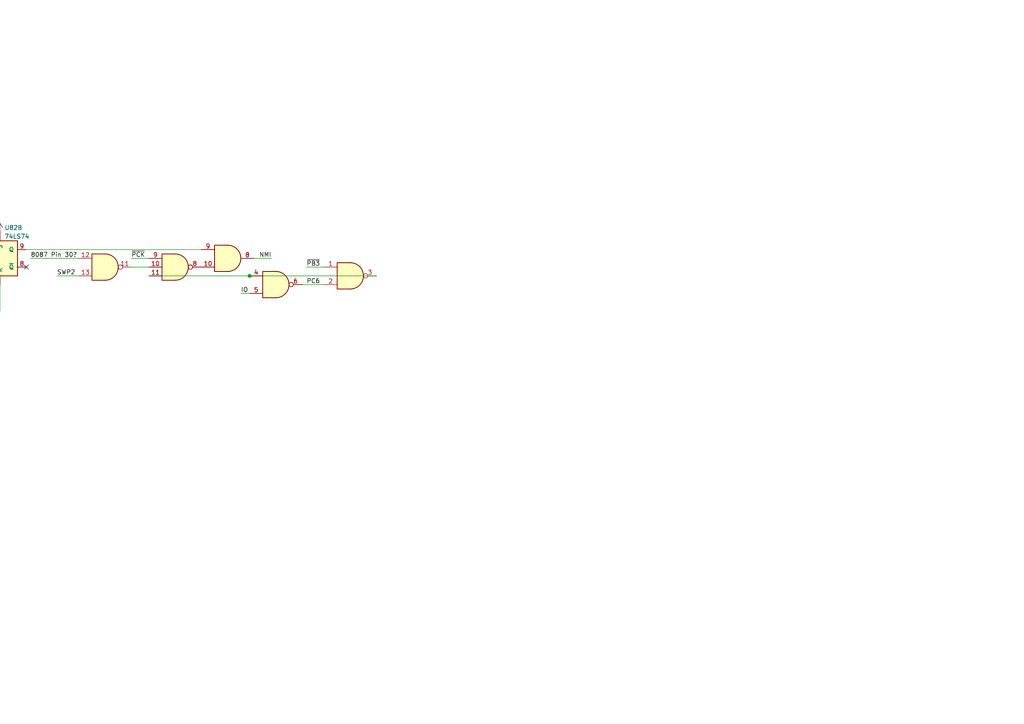
<source format=kicad_sch>
(kicad_sch (version 20211123) (generator eeschema)
  (paper "A4")
  (lib_symbols
    (symbol "74xx:74LS00" (pin_names (offset 1.016))
      (property "Reference" "U" (at 0 1.27 0))
      (property "Value" "74LS00" (at 0 -1.27 0))
      (symbol "74LS00_1_1"
        (arc (start 0 -3.81) (mid 3.81 0) (end 0 3.81) (stroke (width 0.254)) (fill (type background)))
        (polyline (pts (xy 0 3.81) (xy -3.81 3.81) (xy -3.81 -3.81) (xy 0 -3.81)) (stroke (width 0.254)) (fill (type background)))
        (pin input line (at -7.62 2.54 0) (length 3.81) (name "~") (number "1"))
        (pin input line (at -7.62 -2.54 0) (length 3.81) (name "~") (number "2"))
        (pin output inverted (at 7.62 0 180) (length 3.81) (name "~") (number "3"))
      )
      (symbol "74LS00_1_2"
        (arc (start -3.81 -3.81) (mid -2.589 0) (end -3.81 3.81) (stroke (width 0.254)))
        (arc (start -0.6096 -3.81) (mid 2.1842 -2.5851) (end 3.81 0) (stroke (width 0.254)) (fill (type background)))
        (polyline (pts (xy -3.81 -3.81) (xy -0.635 -3.81)) (stroke (width 0.254)) (fill (type background)))
        (polyline (pts (xy -3.81 3.81) (xy -0.635 3.81)) (stroke (width 0.254)) (fill (type background)))
        (polyline (pts (xy -0.635 3.81) (xy -3.81 3.81) (xy -3.81 3.81) (xy -3.556 3.4036) (xy -3.0226 2.2606) (xy -2.6924 1.0414) (xy -2.6162 -0.254) (xy -2.7686 -1.4986) (xy -3.175 -2.7178) (xy -3.81 -3.81) (xy -3.81 -3.81) (xy -0.635 -3.81)) (stroke (width -25.4)) (fill (type background)))
        (arc (start 3.81 0) (mid 2.1915 2.5936) (end -0.6096 3.81) (stroke (width 0.254)) (fill (type background)))
        (pin input inverted (at -7.62 2.54 0) (length 4.318) (name "~") (number "1"))
        (pin input inverted (at -7.62 -2.54 0) (length 4.318) (name "~") (number "2"))
        (pin output line (at 7.62 0 180) (length 3.81) (name "~") (number "3"))
      )
      (symbol "74LS00_2_1"
        (arc (start 0 -3.81) (mid 3.81 0) (end 0 3.81) (stroke (width 0.254)) (fill (type background)))
        (polyline (pts (xy 0 3.81) (xy -3.81 3.81) (xy -3.81 -3.81) (xy 0 -3.81)) (stroke (width 0.254)) (fill (type background)))
        (pin input line (at -7.62 2.54 0) (length 3.81) (name "~") (number "4"))
        (pin input line (at -7.62 -2.54 0) (length 3.81) (name "~") (number "5"))
        (pin output inverted (at 7.62 0 180) (length 3.81) (name "~") (number "6"))
      )
      (symbol "74LS00_2_2"
        (arc (start -3.81 -3.81) (mid -2.589 0) (end -3.81 3.81) (stroke (width 0.254)))
        (arc (start -0.6096 -3.81) (mid 2.1842 -2.5851) (end 3.81 0) (stroke (width 0.254)) (fill (type background)))
        (polyline (pts (xy -3.81 -3.81) (xy -0.635 -3.81)) (stroke (width 0.254)) (fill (type background)))
        (polyline (pts (xy -3.81 3.81) (xy -0.635 3.81)) (stroke (width 0.254)) (fill (type background)))
        (polyline (pts (xy -0.635 3.81) (xy -3.81 3.81) (xy -3.81 3.81) (xy -3.556 3.4036) (xy -3.0226 2.2606) (xy -2.6924 1.0414) (xy -2.6162 -0.254) (xy -2.7686 -1.4986) (xy -3.175 -2.7178) (xy -3.81 -3.81) (xy -3.81 -3.81) (xy -0.635 -3.81)) (stroke (width -25.4)) (fill (type background)))
        (arc (start 3.81 0) (mid 2.1915 2.5936) (end -0.6096 3.81) (stroke (width 0.254)) (fill (type background)))
        (pin input inverted (at -7.62 2.54 0) (length 4.318) (name "~") (number "4"))
        (pin input inverted (at -7.62 -2.54 0) (length 4.318) (name "~") (number "5"))
        (pin output line (at 7.62 0 180) (length 3.81) (name "~") (number "6"))
      )
      (symbol "74LS00_3_1"
        (arc (start 0 -3.81) (mid 3.81 0) (end 0 3.81) (stroke (width 0.254)) (fill (type background)))
        (polyline (pts (xy 0 3.81) (xy -3.81 3.81) (xy -3.81 -3.81) (xy 0 -3.81)) (stroke (width 0.254)) (fill (type background)))
        (pin input line (at -7.62 -2.54 0) (length 3.81) (name "~") (number "10"))
        (pin output inverted (at 7.62 0 180) (length 3.81) (name "~") (number "8"))
        (pin input line (at -7.62 2.54 0) (length 3.81) (name "~") (number "9"))
      )
      (symbol "74LS00_3_2"
        (arc (start -3.81 -3.81) (mid -2.589 0) (end -3.81 3.81) (stroke (width 0.254)))
        (arc (start -0.6096 -3.81) (mid 2.1842 -2.5851) (end 3.81 0) (stroke (width 0.254)) (fill (type background)))
        (polyline (pts (xy -3.81 -3.81) (xy -0.635 -3.81)) (stroke (width 0.254)) (fill (type background)))
        (polyline (pts (xy -3.81 3.81) (xy -0.635 3.81)) (stroke (width 0.254)) (fill (type background)))
        (polyline (pts (xy -0.635 3.81) (xy -3.81 3.81) (xy -3.81 3.81) (xy -3.556 3.4036) (xy -3.0226 2.2606) (xy -2.6924 1.0414) (xy -2.6162 -0.254) (xy -2.7686 -1.4986) (xy -3.175 -2.7178) (xy -3.81 -3.81) (xy -3.81 -3.81) (xy -0.635 -3.81)) (stroke (width -25.4)) (fill (type background)))
        (arc (start 3.81 0) (mid 2.1915 2.5936) (end -0.6096 3.81) (stroke (width 0.254)) (fill (type background)))
        (pin input inverted (at -7.62 -2.54 0) (length 4.318) (name "~") (number "10"))
        (pin output line (at 7.62 0 180) (length 3.81) (name "~") (number "8"))
        (pin input inverted (at -7.62 2.54 0) (length 4.318) (name "~") (number "9"))
      )
      (symbol "74LS00_4_1"
        (arc (start 0 -3.81) (mid 3.81 0) (end 0 3.81) (stroke (width 0.254)) (fill (type background)))
        (polyline (pts (xy 0 3.81) (xy -3.81 3.81) (xy -3.81 -3.81) (xy 0 -3.81)) (stroke (width 0.254)) (fill (type background)))
        (pin output inverted (at 7.62 0 180) (length 3.81) (name "~") (number "11"))
        (pin input line (at -7.62 2.54 0) (length 3.81) (name "~") (number "12"))
        (pin input line (at -7.62 -2.54 0) (length 3.81) (name "~") (number "13"))
      )
      (symbol "74LS00_4_2"
        (arc (start -3.81 -3.81) (mid -2.589 0) (end -3.81 3.81) (stroke (width 0.254)))
        (arc (start -0.6096 -3.81) (mid 2.1842 -2.5851) (end 3.81 0) (stroke (width 0.254)) (fill (type background)))
        (polyline (pts (xy -3.81 -3.81) (xy -0.635 -3.81)) (stroke (width 0.254)) (fill (type background)))
        (polyline (pts (xy -3.81 3.81) (xy -0.635 3.81)) (stroke (width 0.254)) (fill (type background)))
        (polyline (pts (xy -0.635 3.81) (xy -3.81 3.81) (xy -3.81 3.81) (xy -3.556 3.4036) (xy -3.0226 2.2606) (xy -2.6924 1.0414) (xy -2.6162 -0.254) (xy -2.7686 -1.4986) (xy -3.175 -2.7178) (xy -3.81 -3.81) (xy -3.81 -3.81) (xy -0.635 -3.81)) (stroke (width -25.4)) (fill (type background)))
        (arc (start 3.81 0) (mid 2.1915 2.5936) (end -0.6096 3.81) (stroke (width 0.254)) (fill (type background)))
        (pin output line (at 7.62 0 180) (length 3.81) (name "~") (number "11"))
        (pin input inverted (at -7.62 2.54 0) (length 4.318) (name "~") (number "12"))
        (pin input inverted (at -7.62 -2.54 0) (length 4.318) (name "~") (number "13"))
      )
      (symbol "74LS00_5_0"
        (pin power_in line (at 0 12.7 270) (length 5.08) (name "VCC") (number "14"))
        (pin power_in line (at 0 -12.7 90) (length 5.08) (name "GND") (number "7"))
      )
      (symbol "74LS00_5_1"
        (rectangle (start -5.08 7.62) (end 5.08 -7.62) (stroke (width 0.254)) (fill (type background)))
      )
    )
    (symbol "74xx:74LS08" (pin_names (offset 1.016))
      (property "Reference" "U" (at 0 1.27 0))
      (property "Value" "74LS08" (at 0 -1.27 0))
      (symbol "74LS08_1_1"
        (arc (start 0 -3.81) (mid 3.81 0) (end 0 3.81) (stroke (width 0.254)) (fill (type background)))
        (polyline (pts (xy 0 3.81) (xy -3.81 3.81) (xy -3.81 -3.81) (xy 0 -3.81)) (stroke (width 0.254)) (fill (type background)))
        (pin input line (at -7.62 2.54 0) (length 3.81) (name "~") (number "1"))
        (pin input line (at -7.62 -2.54 0) (length 3.81) (name "~") (number "2"))
        (pin output line (at 7.62 0 180) (length 3.81) (name "~") (number "3"))
      )
      (symbol "74LS08_1_2"
        (arc (start -3.81 -3.81) (mid -2.589 0) (end -3.81 3.81) (stroke (width 0.254)))
        (arc (start -0.6096 -3.81) (mid 2.1842 -2.5851) (end 3.81 0) (stroke (width 0.254)) (fill (type background)))
        (polyline (pts (xy -3.81 -3.81) (xy -0.635 -3.81)) (stroke (width 0.254)) (fill (type background)))
        (polyline (pts (xy -3.81 3.81) (xy -0.635 3.81)) (stroke (width 0.254)) (fill (type background)))
        (polyline (pts (xy -0.635 3.81) (xy -3.81 3.81) (xy -3.81 3.81) (xy -3.556 3.4036) (xy -3.0226 2.2606) (xy -2.6924 1.0414) (xy -2.6162 -0.254) (xy -2.7686 -1.4986) (xy -3.175 -2.7178) (xy -3.81 -3.81) (xy -3.81 -3.81) (xy -0.635 -3.81)) (stroke (width -25.4)) (fill (type background)))
        (arc (start 3.81 0) (mid 2.1915 2.5936) (end -0.6096 3.81) (stroke (width 0.254)) (fill (type background)))
        (pin input inverted (at -7.62 2.54 0) (length 4.318) (name "~") (number "1"))
        (pin input inverted (at -7.62 -2.54 0) (length 4.318) (name "~") (number "2"))
        (pin output inverted (at 7.62 0 180) (length 3.81) (name "~") (number "3"))
      )
      (symbol "74LS08_2_1"
        (arc (start 0 -3.81) (mid 3.81 0) (end 0 3.81) (stroke (width 0.254)) (fill (type background)))
        (polyline (pts (xy 0 3.81) (xy -3.81 3.81) (xy -3.81 -3.81) (xy 0 -3.81)) (stroke (width 0.254)) (fill (type background)))
        (pin input line (at -7.62 2.54 0) (length 3.81) (name "~") (number "4"))
        (pin input line (at -7.62 -2.54 0) (length 3.81) (name "~") (number "5"))
        (pin output line (at 7.62 0 180) (length 3.81) (name "~") (number "6"))
      )
      (symbol "74LS08_2_2"
        (arc (start -3.81 -3.81) (mid -2.589 0) (end -3.81 3.81) (stroke (width 0.254)))
        (arc (start -0.6096 -3.81) (mid 2.1842 -2.5851) (end 3.81 0) (stroke (width 0.254)) (fill (type background)))
        (polyline (pts (xy -3.81 -3.81) (xy -0.635 -3.81)) (stroke (width 0.254)) (fill (type background)))
        (polyline (pts (xy -3.81 3.81) (xy -0.635 3.81)) (stroke (width 0.254)) (fill (type background)))
        (polyline (pts (xy -0.635 3.81) (xy -3.81 3.81) (xy -3.81 3.81) (xy -3.556 3.4036) (xy -3.0226 2.2606) (xy -2.6924 1.0414) (xy -2.6162 -0.254) (xy -2.7686 -1.4986) (xy -3.175 -2.7178) (xy -3.81 -3.81) (xy -3.81 -3.81) (xy -0.635 -3.81)) (stroke (width -25.4)) (fill (type background)))
        (arc (start 3.81 0) (mid 2.1915 2.5936) (end -0.6096 3.81) (stroke (width 0.254)) (fill (type background)))
        (pin input inverted (at -7.62 2.54 0) (length 4.318) (name "~") (number "4"))
        (pin input inverted (at -7.62 -2.54 0) (length 4.318) (name "~") (number "5"))
        (pin output inverted (at 7.62 0 180) (length 3.81) (name "~") (number "6"))
      )
      (symbol "74LS08_3_1"
        (arc (start 0 -3.81) (mid 3.81 0) (end 0 3.81) (stroke (width 0.254)) (fill (type background)))
        (polyline (pts (xy 0 3.81) (xy -3.81 3.81) (xy -3.81 -3.81) (xy 0 -3.81)) (stroke (width 0.254)) (fill (type background)))
        (pin input line (at -7.62 -2.54 0) (length 3.81) (name "~") (number "10"))
        (pin output line (at 7.62 0 180) (length 3.81) (name "~") (number "8"))
        (pin input line (at -7.62 2.54 0) (length 3.81) (name "~") (number "9"))
      )
      (symbol "74LS08_3_2"
        (arc (start -3.81 -3.81) (mid -2.589 0) (end -3.81 3.81) (stroke (width 0.254)))
        (arc (start -0.6096 -3.81) (mid 2.1842 -2.5851) (end 3.81 0) (stroke (width 0.254)) (fill (type background)))
        (polyline (pts (xy -3.81 -3.81) (xy -0.635 -3.81)) (stroke (width 0.254)) (fill (type background)))
        (polyline (pts (xy -3.81 3.81) (xy -0.635 3.81)) (stroke (width 0.254)) (fill (type background)))
        (polyline (pts (xy -0.635 3.81) (xy -3.81 3.81) (xy -3.81 3.81) (xy -3.556 3.4036) (xy -3.0226 2.2606) (xy -2.6924 1.0414) (xy -2.6162 -0.254) (xy -2.7686 -1.4986) (xy -3.175 -2.7178) (xy -3.81 -3.81) (xy -3.81 -3.81) (xy -0.635 -3.81)) (stroke (width -25.4)) (fill (type background)))
        (arc (start 3.81 0) (mid 2.1915 2.5936) (end -0.6096 3.81) (stroke (width 0.254)) (fill (type background)))
        (pin input inverted (at -7.62 -2.54 0) (length 4.318) (name "~") (number "10"))
        (pin output inverted (at 7.62 0 180) (length 3.81) (name "~") (number "8"))
        (pin input inverted (at -7.62 2.54 0) (length 4.318) (name "~") (number "9"))
      )
      (symbol "74LS08_4_1"
        (arc (start 0 -3.81) (mid 3.81 0) (end 0 3.81) (stroke (width 0.254)) (fill (type background)))
        (polyline (pts (xy 0 3.81) (xy -3.81 3.81) (xy -3.81 -3.81) (xy 0 -3.81)) (stroke (width 0.254)) (fill (type background)))
        (pin output line (at 7.62 0 180) (length 3.81) (name "~") (number "11"))
        (pin input line (at -7.62 2.54 0) (length 3.81) (name "~") (number "12"))
        (pin input line (at -7.62 -2.54 0) (length 3.81) (name "~") (number "13"))
      )
      (symbol "74LS08_4_2"
        (arc (start -3.81 -3.81) (mid -2.589 0) (end -3.81 3.81) (stroke (width 0.254)))
        (arc (start -0.6096 -3.81) (mid 2.1842 -2.5851) (end 3.81 0) (stroke (width 0.254)) (fill (type background)))
        (polyline (pts (xy -3.81 -3.81) (xy -0.635 -3.81)) (stroke (width 0.254)) (fill (type background)))
        (polyline (pts (xy -3.81 3.81) (xy -0.635 3.81)) (stroke (width 0.254)) (fill (type background)))
        (polyline (pts (xy -0.635 3.81) (xy -3.81 3.81) (xy -3.81 3.81) (xy -3.556 3.4036) (xy -3.0226 2.2606) (xy -2.6924 1.0414) (xy -2.6162 -0.254) (xy -2.7686 -1.4986) (xy -3.175 -2.7178) (xy -3.81 -3.81) (xy -3.81 -3.81) (xy -0.635 -3.81)) (stroke (width -25.4)) (fill (type background)))
        (arc (start 3.81 0) (mid 2.1915 2.5936) (end -0.6096 3.81) (stroke (width 0.254)) (fill (type background)))
        (pin output inverted (at 7.62 0 180) (length 3.81) (name "~") (number "11"))
        (pin input inverted (at -7.62 2.54 0) (length 4.318) (name "~") (number "12"))
        (pin input inverted (at -7.62 -2.54 0) (length 4.318) (name "~") (number "13"))
      )
      (symbol "74LS08_5_0"
        (pin power_in line (at 0 12.7 270) (length 5.08) (name "VCC") (number "14"))
        (pin power_in line (at 0 -12.7 90) (length 5.08) (name "GND") (number "7"))
      )
      (symbol "74LS08_5_1"
        (rectangle (start -5.08 7.62) (end 5.08 -7.62) (stroke (width 0.254)) (fill (type background)))
      )
    )
    (symbol "74xx:74LS10" (pin_names (offset 1.016))
      (property "Reference" "U" (at 0 1.27 0))
      (property "Value" "74LS10" (at 0 -1.27 0))
      (symbol "74LS10_1_1"
        (arc (start 0 -3.81) (mid 3.81 0) (end 0 3.81) (stroke (width 0.254)) (fill (type background)))
        (polyline (pts (xy 0 3.81) (xy -3.81 3.81) (xy -3.81 -3.81) (xy 0 -3.81)) (stroke (width 0.254)) (fill (type background)))
        (pin input line (at -7.62 2.54 0) (length 3.81) (name "~") (number "1"))
        (pin output inverted (at 7.62 0 180) (length 3.81) (name "~") (number "12"))
        (pin input line (at -7.62 -2.54 0) (length 3.81) (name "~") (number "13"))
        (pin input line (at -7.62 0 0) (length 3.81) (name "~") (number "2"))
      )
      (symbol "74LS10_1_2"
        (arc (start -3.81 -3.81) (mid -2.589 0) (end -3.81 3.81) (stroke (width 0.254)))
        (arc (start -0.6096 -3.81) (mid 2.1842 -2.5851) (end 3.81 0) (stroke (width 0.254)) (fill (type background)))
        (polyline (pts (xy -3.81 -3.81) (xy -0.635 -3.81)) (stroke (width 0.254)) (fill (type background)))
        (polyline (pts (xy -3.81 3.81) (xy -0.635 3.81)) (stroke (width 0.254)) (fill (type background)))
        (polyline (pts (xy -0.635 3.81) (xy -3.81 3.81) (xy -3.81 3.81) (xy -3.556 3.4036) (xy -3.0226 2.2606) (xy -2.6924 1.0414) (xy -2.6162 -0.254) (xy -2.7686 -1.4986) (xy -3.175 -2.7178) (xy -3.81 -3.81) (xy -3.81 -3.81) (xy -0.635 -3.81)) (stroke (width -25.4)) (fill (type background)))
        (arc (start 3.81 0) (mid 2.1915 2.5936) (end -0.6096 3.81) (stroke (width 0.254)) (fill (type background)))
        (pin input inverted (at -7.62 2.54 0) (length 4.318) (name "~") (number "1"))
        (pin output line (at 7.62 0 180) (length 3.81) (name "~") (number "12"))
        (pin input inverted (at -7.62 -2.54 0) (length 4.318) (name "~") (number "13"))
        (pin input inverted (at -7.62 0 0) (length 4.953) (name "~") (number "2"))
      )
      (symbol "74LS10_2_1"
        (arc (start 0 -3.81) (mid 3.81 0) (end 0 3.81) (stroke (width 0.254)) (fill (type background)))
        (polyline (pts (xy 0 3.81) (xy -3.81 3.81) (xy -3.81 -3.81) (xy 0 -3.81)) (stroke (width 0.254)) (fill (type background)))
        (pin input line (at -7.62 2.54 0) (length 3.81) (name "~") (number "3"))
        (pin input line (at -7.62 0 0) (length 3.81) (name "~") (number "4"))
        (pin input line (at -7.62 -2.54 0) (length 3.81) (name "~") (number "5"))
        (pin output inverted (at 7.62 0 180) (length 3.81) (name "~") (number "6"))
      )
      (symbol "74LS10_2_2"
        (arc (start -3.81 -3.81) (mid -2.589 0) (end -3.81 3.81) (stroke (width 0.254)))
        (arc (start -0.6096 -3.81) (mid 2.1842 -2.5851) (end 3.81 0) (stroke (width 0.254)) (fill (type background)))
        (polyline (pts (xy -3.81 -3.81) (xy -0.635 -3.81)) (stroke (width 0.254)) (fill (type background)))
        (polyline (pts (xy -3.81 3.81) (xy -0.635 3.81)) (stroke (width 0.254)) (fill (type background)))
        (polyline (pts (xy -0.635 3.81) (xy -3.81 3.81) (xy -3.81 3.81) (xy -3.556 3.4036) (xy -3.0226 2.2606) (xy -2.6924 1.0414) (xy -2.6162 -0.254) (xy -2.7686 -1.4986) (xy -3.175 -2.7178) (xy -3.81 -3.81) (xy -3.81 -3.81) (xy -0.635 -3.81)) (stroke (width -25.4)) (fill (type background)))
        (arc (start 3.81 0) (mid 2.1915 2.5936) (end -0.6096 3.81) (stroke (width 0.254)) (fill (type background)))
        (pin input inverted (at -7.62 2.54 0) (length 4.318) (name "~") (number "3"))
        (pin input inverted (at -7.62 0 0) (length 4.953) (name "~") (number "4"))
        (pin input inverted (at -7.62 -2.54 0) (length 4.318) (name "~") (number "5"))
        (pin output line (at 7.62 0 180) (length 3.81) (name "~") (number "6"))
      )
      (symbol "74LS10_3_1"
        (arc (start 0 -3.81) (mid 3.81 0) (end 0 3.81) (stroke (width 0.254)) (fill (type background)))
        (polyline (pts (xy 0 3.81) (xy -3.81 3.81) (xy -3.81 -3.81) (xy 0 -3.81)) (stroke (width 0.254)) (fill (type background)))
        (pin input line (at -7.62 0 0) (length 3.81) (name "~") (number "10"))
        (pin input line (at -7.62 -2.54 0) (length 3.81) (name "~") (number "11"))
        (pin output inverted (at 7.62 0 180) (length 3.81) (name "~") (number "8"))
        (pin input line (at -7.62 2.54 0) (length 3.81) (name "~") (number "9"))
      )
      (symbol "74LS10_3_2"
        (arc (start -3.81 -3.81) (mid -2.589 0) (end -3.81 3.81) (stroke (width 0.254)))
        (arc (start -0.6096 -3.81) (mid 2.1842 -2.5851) (end 3.81 0) (stroke (width 0.254)) (fill (type background)))
        (polyline (pts (xy -3.81 -3.81) (xy -0.635 -3.81)) (stroke (width 0.254)) (fill (type background)))
        (polyline (pts (xy -3.81 3.81) (xy -0.635 3.81)) (stroke (width 0.254)) (fill (type background)))
        (polyline (pts (xy -0.635 3.81) (xy -3.81 3.81) (xy -3.81 3.81) (xy -3.556 3.4036) (xy -3.0226 2.2606) (xy -2.6924 1.0414) (xy -2.6162 -0.254) (xy -2.7686 -1.4986) (xy -3.175 -2.7178) (xy -3.81 -3.81) (xy -3.81 -3.81) (xy -0.635 -3.81)) (stroke (width -25.4)) (fill (type background)))
        (arc (start 3.81 0) (mid 2.1915 2.5936) (end -0.6096 3.81) (stroke (width 0.254)) (fill (type background)))
        (pin input inverted (at -7.62 0 0) (length 4.953) (name "~") (number "10"))
        (pin input inverted (at -7.62 -2.54 0) (length 4.318) (name "~") (number "11"))
        (pin output line (at 7.62 0 180) (length 3.81) (name "~") (number "8"))
        (pin input inverted (at -7.62 2.54 0) (length 4.318) (name "~") (number "9"))
      )
      (symbol "74LS10_4_0"
        (pin power_in line (at 0 12.7 270) (length 5.08) (name "VCC") (number "14"))
        (pin power_in line (at 0 -12.7 90) (length 5.08) (name "GND") (number "7"))
      )
      (symbol "74LS10_4_1"
        (rectangle (start -5.08 7.62) (end 5.08 -7.62) (stroke (width 0.254)) (fill (type background)))
      )
    )
    (symbol "74xx:74LS32" (pin_names (offset 1.016))
      (property "Reference" "U" (at 0 1.27 0))
      (property "Value" "74LS32" (at 0 -1.27 0))
      (symbol "74LS32_1_1"
        (arc (start -3.81 -3.81) (mid -2.589 0) (end -3.81 3.81) (stroke (width 0.254)))
        (arc (start -0.6096 -3.81) (mid 2.1842 -2.5851) (end 3.81 0) (stroke (width 0.254)) (fill (type background)))
        (polyline (pts (xy -3.81 -3.81) (xy -0.635 -3.81)) (stroke (width 0.254)) (fill (type background)))
        (polyline (pts (xy -3.81 3.81) (xy -0.635 3.81)) (stroke (width 0.254)) (fill (type background)))
        (polyline (pts (xy -0.635 3.81) (xy -3.81 3.81) (xy -3.81 3.81) (xy -3.556 3.4036) (xy -3.0226 2.2606) (xy -2.6924 1.0414) (xy -2.6162 -0.254) (xy -2.7686 -1.4986) (xy -3.175 -2.7178) (xy -3.81 -3.81) (xy -3.81 -3.81) (xy -0.635 -3.81)) (stroke (width -25.4)) (fill (type background)))
        (arc (start 3.81 0) (mid 2.1915 2.5936) (end -0.6096 3.81) (stroke (width 0.254)) (fill (type background)))
        (pin input line (at -7.62 2.54 0) (length 4.318) (name "~") (number "1"))
        (pin input line (at -7.62 -2.54 0) (length 4.318) (name "~") (number "2"))
        (pin output line (at 7.62 0 180) (length 3.81) (name "~") (number "3"))
      )
      (symbol "74LS32_1_2"
        (arc (start 0 -3.81) (mid 3.81 0) (end 0 3.81) (stroke (width 0.254)) (fill (type background)))
        (polyline (pts (xy 0 3.81) (xy -3.81 3.81) (xy -3.81 -3.81) (xy 0 -3.81)) (stroke (width 0.254)) (fill (type background)))
        (pin input inverted (at -7.62 2.54 0) (length 3.81) (name "~") (number "1"))
        (pin input inverted (at -7.62 -2.54 0) (length 3.81) (name "~") (number "2"))
        (pin output inverted (at 7.62 0 180) (length 3.81) (name "~") (number "3"))
      )
      (symbol "74LS32_2_1"
        (arc (start -3.81 -3.81) (mid -2.589 0) (end -3.81 3.81) (stroke (width 0.254)))
        (arc (start -0.6096 -3.81) (mid 2.1842 -2.5851) (end 3.81 0) (stroke (width 0.254)) (fill (type background)))
        (polyline (pts (xy -3.81 -3.81) (xy -0.635 -3.81)) (stroke (width 0.254)) (fill (type background)))
        (polyline (pts (xy -3.81 3.81) (xy -0.635 3.81)) (stroke (width 0.254)) (fill (type background)))
        (polyline (pts (xy -0.635 3.81) (xy -3.81 3.81) (xy -3.81 3.81) (xy -3.556 3.4036) (xy -3.0226 2.2606) (xy -2.6924 1.0414) (xy -2.6162 -0.254) (xy -2.7686 -1.4986) (xy -3.175 -2.7178) (xy -3.81 -3.81) (xy -3.81 -3.81) (xy -0.635 -3.81)) (stroke (width -25.4)) (fill (type background)))
        (arc (start 3.81 0) (mid 2.1915 2.5936) (end -0.6096 3.81) (stroke (width 0.254)) (fill (type background)))
        (pin input line (at -7.62 2.54 0) (length 4.318) (name "~") (number "4"))
        (pin input line (at -7.62 -2.54 0) (length 4.318) (name "~") (number "5"))
        (pin output line (at 7.62 0 180) (length 3.81) (name "~") (number "6"))
      )
      (symbol "74LS32_2_2"
        (arc (start 0 -3.81) (mid 3.81 0) (end 0 3.81) (stroke (width 0.254)) (fill (type background)))
        (polyline (pts (xy 0 3.81) (xy -3.81 3.81) (xy -3.81 -3.81) (xy 0 -3.81)) (stroke (width 0.254)) (fill (type background)))
        (pin input inverted (at -7.62 2.54 0) (length 3.81) (name "~") (number "4"))
        (pin input inverted (at -7.62 -2.54 0) (length 3.81) (name "~") (number "5"))
        (pin output inverted (at 7.62 0 180) (length 3.81) (name "~") (number "6"))
      )
      (symbol "74LS32_3_1"
        (arc (start -3.81 -3.81) (mid -2.589 0) (end -3.81 3.81) (stroke (width 0.254)))
        (arc (start -0.6096 -3.81) (mid 2.1842 -2.5851) (end 3.81 0) (stroke (width 0.254)) (fill (type background)))
        (polyline (pts (xy -3.81 -3.81) (xy -0.635 -3.81)) (stroke (width 0.254)) (fill (type background)))
        (polyline (pts (xy -3.81 3.81) (xy -0.635 3.81)) (stroke (width 0.254)) (fill (type background)))
        (polyline (pts (xy -0.635 3.81) (xy -3.81 3.81) (xy -3.81 3.81) (xy -3.556 3.4036) (xy -3.0226 2.2606) (xy -2.6924 1.0414) (xy -2.6162 -0.254) (xy -2.7686 -1.4986) (xy -3.175 -2.7178) (xy -3.81 -3.81) (xy -3.81 -3.81) (xy -0.635 -3.81)) (stroke (width -25.4)) (fill (type background)))
        (arc (start 3.81 0) (mid 2.1915 2.5936) (end -0.6096 3.81) (stroke (width 0.254)) (fill (type background)))
        (pin input line (at -7.62 -2.54 0) (length 4.318) (name "~") (number "10"))
        (pin output line (at 7.62 0 180) (length 3.81) (name "~") (number "8"))
        (pin input line (at -7.62 2.54 0) (length 4.318) (name "~") (number "9"))
      )
      (symbol "74LS32_3_2"
        (arc (start 0 -3.81) (mid 3.81 0) (end 0 3.81) (stroke (width 0.254)) (fill (type background)))
        (polyline (pts (xy 0 3.81) (xy -3.81 3.81) (xy -3.81 -3.81) (xy 0 -3.81)) (stroke (width 0.254)) (fill (type background)))
        (pin input inverted (at -7.62 -2.54 0) (length 3.81) (name "~") (number "10"))
        (pin output inverted (at 7.62 0 180) (length 3.81) (name "~") (number "8"))
        (pin input inverted (at -7.62 2.54 0) (length 3.81) (name "~") (number "9"))
      )
      (symbol "74LS32_4_1"
        (arc (start -3.81 -3.81) (mid -2.589 0) (end -3.81 3.81) (stroke (width 0.254)))
        (arc (start -0.6096 -3.81) (mid 2.1842 -2.5851) (end 3.81 0) (stroke (width 0.254)) (fill (type background)))
        (polyline (pts (xy -3.81 -3.81) (xy -0.635 -3.81)) (stroke (width 0.254)) (fill (type background)))
        (polyline (pts (xy -3.81 3.81) (xy -0.635 3.81)) (stroke (width 0.254)) (fill (type background)))
        (polyline (pts (xy -0.635 3.81) (xy -3.81 3.81) (xy -3.81 3.81) (xy -3.556 3.4036) (xy -3.0226 2.2606) (xy -2.6924 1.0414) (xy -2.6162 -0.254) (xy -2.7686 -1.4986) (xy -3.175 -2.7178) (xy -3.81 -3.81) (xy -3.81 -3.81) (xy -0.635 -3.81)) (stroke (width -25.4)) (fill (type background)))
        (arc (start 3.81 0) (mid 2.1915 2.5936) (end -0.6096 3.81) (stroke (width 0.254)) (fill (type background)))
        (pin output line (at 7.62 0 180) (length 3.81) (name "~") (number "11"))
        (pin input line (at -7.62 2.54 0) (length 4.318) (name "~") (number "12"))
        (pin input line (at -7.62 -2.54 0) (length 4.318) (name "~") (number "13"))
      )
      (symbol "74LS32_4_2"
        (arc (start 0 -3.81) (mid 3.81 0) (end 0 3.81) (stroke (width 0.254)) (fill (type background)))
        (polyline (pts (xy 0 3.81) (xy -3.81 3.81) (xy -3.81 -3.81) (xy 0 -3.81)) (stroke (width 0.254)) (fill (type background)))
        (pin output inverted (at 7.62 0 180) (length 3.81) (name "~") (number "11"))
        (pin input inverted (at -7.62 2.54 0) (length 3.81) (name "~") (number "12"))
        (pin input inverted (at -7.62 -2.54 0) (length 3.81) (name "~") (number "13"))
      )
      (symbol "74LS32_5_0"
        (pin power_in line (at 0 12.7 270) (length 5.08) (name "VCC") (number "14"))
        (pin power_in line (at 0 -12.7 90) (length 5.08) (name "GND") (number "7"))
      )
      (symbol "74LS32_5_1"
        (rectangle (start -5.08 7.62) (end 5.08 -7.62) (stroke (width 0.254)) (fill (type background)))
      )
    )
    (symbol "74xx:74LS74" (pin_names (offset 1.016))
      (property "Reference" "U" (at -7.62 8.89 0))
      (property "Value" "74LS74" (at -7.62 -8.89 0))
      (symbol "74LS74_1_0"
        (pin input line (at 0 -7.62 90) (length 2.54) (name "~{R}") (number "1"))
        (pin input line (at -7.62 2.54 0) (length 2.54) (name "D") (number "2"))
        (pin input clock (at -7.62 0 0) (length 2.54) (name "C") (number "3"))
        (pin input line (at 0 7.62 270) (length 2.54) (name "~{S}") (number "4"))
        (pin output line (at 7.62 2.54 180) (length 2.54) (name "Q") (number "5"))
        (pin output line (at 7.62 -2.54 180) (length 2.54) (name "~{Q}") (number "6"))
      )
      (symbol "74LS74_1_1"
        (rectangle (start -5.08 5.08) (end 5.08 -5.08) (stroke (width 0.254)) (fill (type background)))
      )
      (symbol "74LS74_2_0"
        (pin input line (at 0 7.62 270) (length 2.54) (name "~{S}") (number "10"))
        (pin input clock (at -7.62 0 0) (length 2.54) (name "C") (number "11"))
        (pin input line (at -7.62 2.54 0) (length 2.54) (name "D") (number "12"))
        (pin input line (at 0 -7.62 90) (length 2.54) (name "~{R}") (number "13"))
        (pin output line (at 7.62 -2.54 180) (length 2.54) (name "~{Q}") (number "8"))
        (pin output line (at 7.62 2.54 180) (length 2.54) (name "Q") (number "9"))
      )
      (symbol "74LS74_2_1"
        (rectangle (start -5.08 5.08) (end 5.08 -5.08) (stroke (width 0.254)) (fill (type background)))
      )
      (symbol "74LS74_3_0"
        (pin power_in line (at 0 10.16 270) (length 2.54) (name "VCC") (number "14"))
        (pin power_in line (at 0 -10.16 90) (length 2.54) (name "GND") (number "7"))
      )
      (symbol "74LS74_3_1"
        (rectangle (start -5.08 7.62) (end 5.08 -7.62) (stroke (width 0.254)) (fill (type background)))
      )
    )
    (symbol "power:VCC" (power) (pin_names (offset 0))
      (property "Value" "VCC" (at 0 3.81 0))
      (symbol "VCC_0_1"
        (polyline (pts (xy -0.762 1.27) (xy 0 2.54)))
        (polyline (pts (xy 0 0) (xy 0 2.54)))
        (polyline (pts (xy 0 2.54) (xy 0.762 1.27)))
      )
      (symbol "VCC_1_1"
        (pin power_in line (at 0 0 90) (length 0) hide (name "VCC") (number "1"))
      )
    )
  )
  (junction (at 72.39 80.01))
  (no_connect (at 7.62 77.47))
  (wire (pts (xy 43.18 80.01) (xy 72.39 80.01)))
  (wire (pts (xy 87.63 82.55) (xy 93.98 82.55)))
  (wire (pts (xy 72.39 80.01) (xy 109.22 80.01)))
  (wire (pts (xy 69.85 85.09) (xy 72.39 85.09)))
  (wire (pts (xy 38.1 77.47) (xy 43.18 77.47)))
  (wire (pts (xy -31.75 77.47) (xy -22.86 77.47)))
  (wire (pts (xy 38.1 74.93) (xy 43.18 74.93)))
  (wire (pts (xy 16.51 80.01) (xy 22.86 80.01)))
  (wire (pts (xy -31.75 72.39) (xy -22.86 72.39)))
  (wire (pts (xy 8.89 74.93) (xy 22.86 74.93)))
  (wire (pts (xy 0 82.55) (xy 0 90.17)))
  (wire (pts (xy 88.9 77.47) (xy 93.98 77.47)))
  (wire (pts (xy -11.43 72.39) (xy -7.62 72.39)))
  (wire (pts (xy 73.66 74.93) (xy 78.74 74.93)))
  (wire (pts (xy 7.62 72.39) (xy 58.42 72.39)))
  (label "~{IOW}" (at -31.75 77.47 0))
  (label "~{PCK}" (at 38.1 74.93 0))
  (label "PC6" (at 88.9 82.55 0))
  (label "SWP2" (at 16.51 80.01 0))
  (label "~{WETNMI}" (at -31.75 72.39 0))
  (label "~{PB3}" (at 88.9 77.47 0))
  (label "NMI" (at 78.74 74.93 180))
  (label "IO" (at 69.85 85.09 0))
  (label "8087 Pin 30?" (at 8.89 74.93 0))
  (label "D7" (at -11.43 72.39 0))
  (label "~{RESET}" (at 0 90.17 90))
  (symbol (lib_id "74xx:74LS00") (at 101.6 80.01 0) (unit 1)
    (property "Reference" "U85" (effects hide))
    (property "Value" "74LS00" (effects hide))
    (property "Datasheet" "http://www.ti.com/lit/gpn/sn74ls00" (effects hide))
  )
  (symbol (lib_id "74xx:74LS10") (at 50.8 77.47 0) (unit 3)
    (property "Reference" "U84" (effects hide))
    (property "Value" "74LS10" (effects hide))
    (property "Datasheet" "http://www.ti.com/lit/gpn/sn74LS10" (effects hide))
  )
  (symbol (lib_id "74xx:74LS00") (at 80.01 82.55 0) (unit 2)
    (property "Reference" "U85" (effects hide))
    (property "Value" "74LS00" (effects hide))
    (property "Datasheet" "http://www.ti.com/lit/gpn/sn74ls00" (effects hide))
  )
  (symbol (lib_id "74xx:74LS08") (at 66.04 74.93 0) (unit 3)
    (property "Reference" "U98" (effects hide))
    (property "Value" "74LS08" (effects hide))
    (property "Datasheet" "http://www.ti.com/lit/gpn/sn74LS08" (effects hide))
  )
  (symbol (lib_id "power:VCC") (at 0 67.31 0) (unit 1)
    (property "Reference" "#PWR?" (effects hide))
    (property "Value" "VCC" (effects hide))
  )
  (symbol (lib_id "74xx:74LS00") (at 30.48 77.47 0) (unit 4)
    (property "Reference" "U99" (effects hide))
    (property "Value" "74LS00" (effects hide))
    (property "Datasheet" "http://www.ti.com/lit/gpn/sn74ls00" (effects hide))
  )
  (symbol (lib_id "74xx:74LS32") (at -15.24 74.93 0) (unit 3)
    (property "Reference" "U50" (effects hide))
    (property "Value" "74LS32" (effects hide))
    (property "Datasheet" "http://www.ti.com/lit/gpn/sn74LS32" (effects hide))
  )
  (symbol (lib_id "74xx:74LS74") (at 0 74.93 0) (unit 2)
    (property "Reference" "U82" (at 1.27 66.04 0) (effects (justify left)))
    (property "Value" "74LS74" (at 1.27 68.58 0) (effects (justify left)))
    (property "Datasheet" "74xx/74hc_hct74.pdf" (effects hide))
  )
)
</source>
